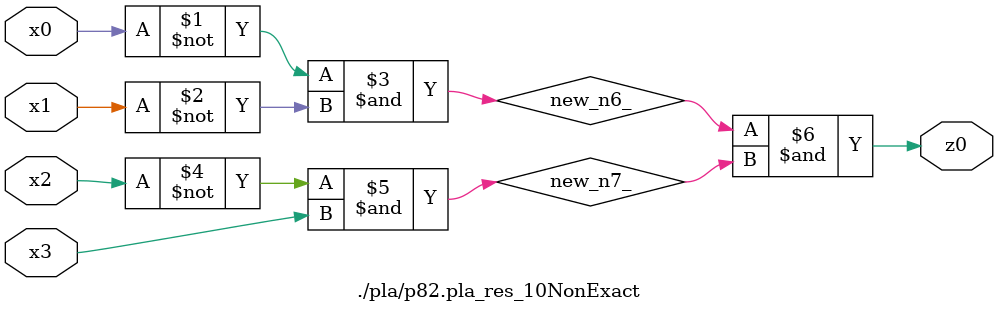
<source format=v>

module \./pla/p82.pla_res_10NonExact  ( 
    x0, x1, x2, x3,
    z0  );
  input  x0, x1, x2, x3;
  output z0;
  wire new_n6_, new_n7_;
  assign new_n6_ = ~x0 & ~x1;
  assign new_n7_ = ~x2 & x3;
  assign z0 = new_n6_ & new_n7_;
endmodule



</source>
